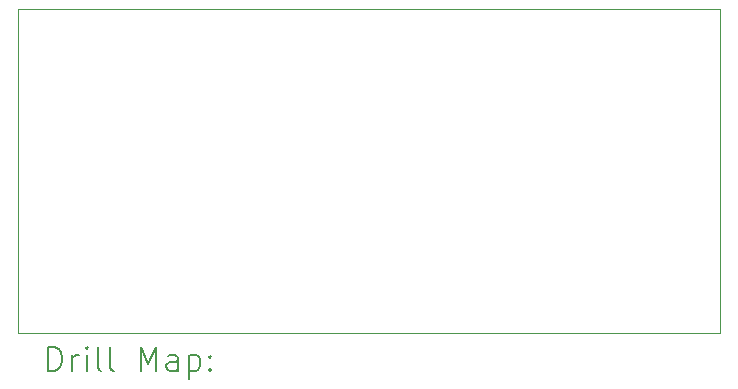
<source format=gbr>
%TF.GenerationSoftware,KiCad,Pcbnew,8.0.1*%
%TF.CreationDate,2025-07-17T23:05:40+02:00*%
%TF.ProjectId,SDR_PreAmp_Filter_v1.1,5344525f-5072-4654-916d-705f46696c74,rev?*%
%TF.SameCoordinates,Original*%
%TF.FileFunction,Drillmap*%
%TF.FilePolarity,Positive*%
%FSLAX45Y45*%
G04 Gerber Fmt 4.5, Leading zero omitted, Abs format (unit mm)*
G04 Created by KiCad (PCBNEW 8.0.1) date 2025-07-17 23:05:40*
%MOMM*%
%LPD*%
G01*
G04 APERTURE LIST*
%ADD10C,0.100000*%
%ADD11C,0.200000*%
G04 APERTURE END LIST*
D10*
X8994140Y-11569700D02*
X14935200Y-11569700D01*
X14935200Y-14311700D01*
X8994140Y-14311700D01*
X8994140Y-11569700D01*
D11*
X9249917Y-14628184D02*
X9249917Y-14428184D01*
X9249917Y-14428184D02*
X9297536Y-14428184D01*
X9297536Y-14428184D02*
X9326107Y-14437708D01*
X9326107Y-14437708D02*
X9345155Y-14456755D01*
X9345155Y-14456755D02*
X9354679Y-14475803D01*
X9354679Y-14475803D02*
X9364203Y-14513898D01*
X9364203Y-14513898D02*
X9364203Y-14542469D01*
X9364203Y-14542469D02*
X9354679Y-14580565D01*
X9354679Y-14580565D02*
X9345155Y-14599612D01*
X9345155Y-14599612D02*
X9326107Y-14618660D01*
X9326107Y-14618660D02*
X9297536Y-14628184D01*
X9297536Y-14628184D02*
X9249917Y-14628184D01*
X9449917Y-14628184D02*
X9449917Y-14494850D01*
X9449917Y-14532946D02*
X9459441Y-14513898D01*
X9459441Y-14513898D02*
X9468964Y-14504374D01*
X9468964Y-14504374D02*
X9488012Y-14494850D01*
X9488012Y-14494850D02*
X9507060Y-14494850D01*
X9573726Y-14628184D02*
X9573726Y-14494850D01*
X9573726Y-14428184D02*
X9564203Y-14437708D01*
X9564203Y-14437708D02*
X9573726Y-14447231D01*
X9573726Y-14447231D02*
X9583250Y-14437708D01*
X9583250Y-14437708D02*
X9573726Y-14428184D01*
X9573726Y-14428184D02*
X9573726Y-14447231D01*
X9697536Y-14628184D02*
X9678488Y-14618660D01*
X9678488Y-14618660D02*
X9668964Y-14599612D01*
X9668964Y-14599612D02*
X9668964Y-14428184D01*
X9802298Y-14628184D02*
X9783250Y-14618660D01*
X9783250Y-14618660D02*
X9773726Y-14599612D01*
X9773726Y-14599612D02*
X9773726Y-14428184D01*
X10030869Y-14628184D02*
X10030869Y-14428184D01*
X10030869Y-14428184D02*
X10097536Y-14571041D01*
X10097536Y-14571041D02*
X10164203Y-14428184D01*
X10164203Y-14428184D02*
X10164203Y-14628184D01*
X10345155Y-14628184D02*
X10345155Y-14523422D01*
X10345155Y-14523422D02*
X10335631Y-14504374D01*
X10335631Y-14504374D02*
X10316584Y-14494850D01*
X10316584Y-14494850D02*
X10278488Y-14494850D01*
X10278488Y-14494850D02*
X10259441Y-14504374D01*
X10345155Y-14618660D02*
X10326107Y-14628184D01*
X10326107Y-14628184D02*
X10278488Y-14628184D01*
X10278488Y-14628184D02*
X10259441Y-14618660D01*
X10259441Y-14618660D02*
X10249917Y-14599612D01*
X10249917Y-14599612D02*
X10249917Y-14580565D01*
X10249917Y-14580565D02*
X10259441Y-14561517D01*
X10259441Y-14561517D02*
X10278488Y-14551993D01*
X10278488Y-14551993D02*
X10326107Y-14551993D01*
X10326107Y-14551993D02*
X10345155Y-14542469D01*
X10440393Y-14494850D02*
X10440393Y-14694850D01*
X10440393Y-14504374D02*
X10459441Y-14494850D01*
X10459441Y-14494850D02*
X10497536Y-14494850D01*
X10497536Y-14494850D02*
X10516584Y-14504374D01*
X10516584Y-14504374D02*
X10526107Y-14513898D01*
X10526107Y-14513898D02*
X10535631Y-14532946D01*
X10535631Y-14532946D02*
X10535631Y-14590088D01*
X10535631Y-14590088D02*
X10526107Y-14609136D01*
X10526107Y-14609136D02*
X10516584Y-14618660D01*
X10516584Y-14618660D02*
X10497536Y-14628184D01*
X10497536Y-14628184D02*
X10459441Y-14628184D01*
X10459441Y-14628184D02*
X10440393Y-14618660D01*
X10621345Y-14609136D02*
X10630869Y-14618660D01*
X10630869Y-14618660D02*
X10621345Y-14628184D01*
X10621345Y-14628184D02*
X10611822Y-14618660D01*
X10611822Y-14618660D02*
X10621345Y-14609136D01*
X10621345Y-14609136D02*
X10621345Y-14628184D01*
X10621345Y-14504374D02*
X10630869Y-14513898D01*
X10630869Y-14513898D02*
X10621345Y-14523422D01*
X10621345Y-14523422D02*
X10611822Y-14513898D01*
X10611822Y-14513898D02*
X10621345Y-14504374D01*
X10621345Y-14504374D02*
X10621345Y-14523422D01*
M02*

</source>
